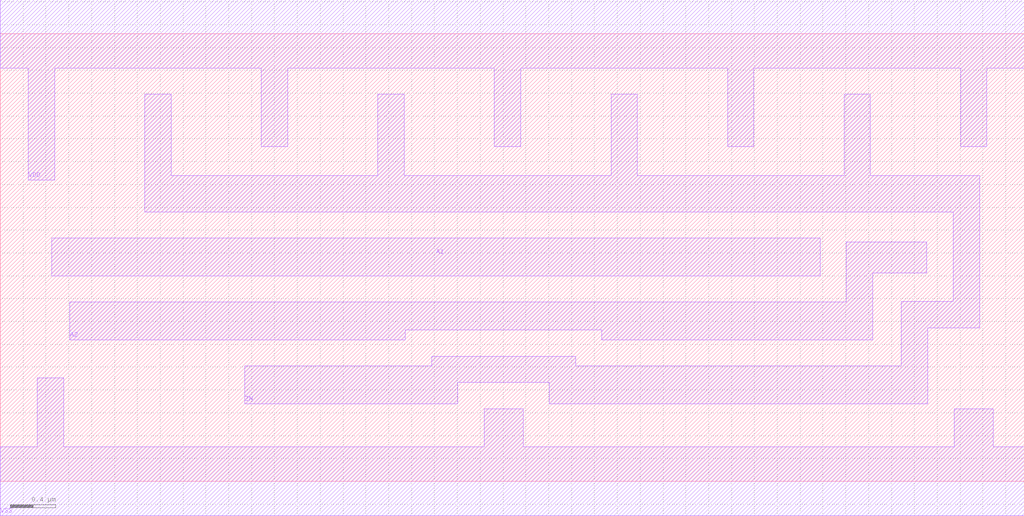
<source format=lef>
# Copyright 2022 GlobalFoundries PDK Authors
#
# Licensed under the Apache License, Version 2.0 (the "License");
# you may not use this file except in compliance with the License.
# You may obtain a copy of the License at
#
#      http://www.apache.org/licenses/LICENSE-2.0
#
# Unless required by applicable law or agreed to in writing, software
# distributed under the License is distributed on an "AS IS" BASIS,
# WITHOUT WARRANTIES OR CONDITIONS OF ANY KIND, either express or implied.
# See the License for the specific language governing permissions and
# limitations under the License.

MACRO gf180mcu_fd_sc_mcu7t5v0__nand2_4
  CLASS core ;
  FOREIGN gf180mcu_fd_sc_mcu7t5v0__nand2_4 0.0 0.0 ;
  ORIGIN 0 0 ;
  SYMMETRY X Y ;
  SITE GF018hv5v_mcu_sc7 ;
  SIZE 8.96 BY 3.92 ;
  PIN A1
    DIRECTION INPUT ;
    ANTENNAGATEAREA 4.228 ;
    PORT
      LAYER METAL1 ;
        POLYGON 0.45 1.8 7.175 1.8 7.175 2.13 0.45 2.13  ;
    END
  END A1
  PIN A2
    DIRECTION INPUT ;
    ANTENNAGATEAREA 4.228 ;
    PORT
      LAYER METAL1 ;
        POLYGON 0.61 1.24 3.545 1.24 3.545 1.325 5.265 1.325 5.265 1.24 7.635 1.24 7.635 1.825 8.11 1.825 8.11 2.095 7.405 2.095 7.405 1.57 0.61 1.57  ;
    END
  END A2
  PIN ZN
    DIRECTION OUTPUT ;
    ANTENNADIFFAREA 3.2401 ;
    PORT
      LAYER METAL1 ;
        POLYGON 1.265 2.36 8.34 2.36 8.34 1.575 7.885 1.575 7.885 1.01 5.035 1.01 5.035 1.095 3.775 1.095 3.775 1.01 2.14 1.01 2.14 0.68 4.005 0.68 4.005 0.865 4.805 0.865 4.805 0.68 8.115 0.68 8.115 1.345 8.57 1.345 8.57 2.68 7.615 2.68 7.615 3.39 7.385 3.39 7.385 2.68 5.575 2.68 5.575 3.39 5.345 3.39 5.345 2.68 3.535 2.68 3.535 3.39 3.305 3.39 3.305 2.68 1.495 2.68 1.495 3.39 1.265 3.39  ;
    END
  END ZN
  PIN VDD
    DIRECTION INOUT ;
    USE power ;
    SHAPE ABUTMENT ;
    PORT
      LAYER METAL1 ;
        POLYGON 0 3.62 0.245 3.62 0.245 2.64 0.475 2.64 0.475 3.62 2.285 3.62 2.285 2.93 2.515 2.93 2.515 3.62 4.325 3.62 4.325 2.93 4.555 2.93 4.555 3.62 6.365 3.62 6.365 2.93 6.595 2.93 6.595 3.62 8.405 3.62 8.405 2.93 8.635 2.93 8.635 3.62 8.96 3.62 8.96 4.22 0 4.22  ;
    END
  END VDD
  PIN VSS
    DIRECTION INOUT ;
    USE ground ;
    SHAPE ABUTMENT ;
    PORT
      LAYER METAL1 ;
        POLYGON 0 -0.3 8.96 -0.3 8.96 0.3 8.69 0.3 8.69 0.635 8.35 0.635 8.35 0.3 4.575 0.3 4.575 0.635 4.235 0.635 4.235 0.3 0.555 0.3 0.555 0.905 0.325 0.905 0.325 0.3 0 0.3  ;
    END
  END VSS
END gf180mcu_fd_sc_mcu7t5v0__nand2_4

</source>
